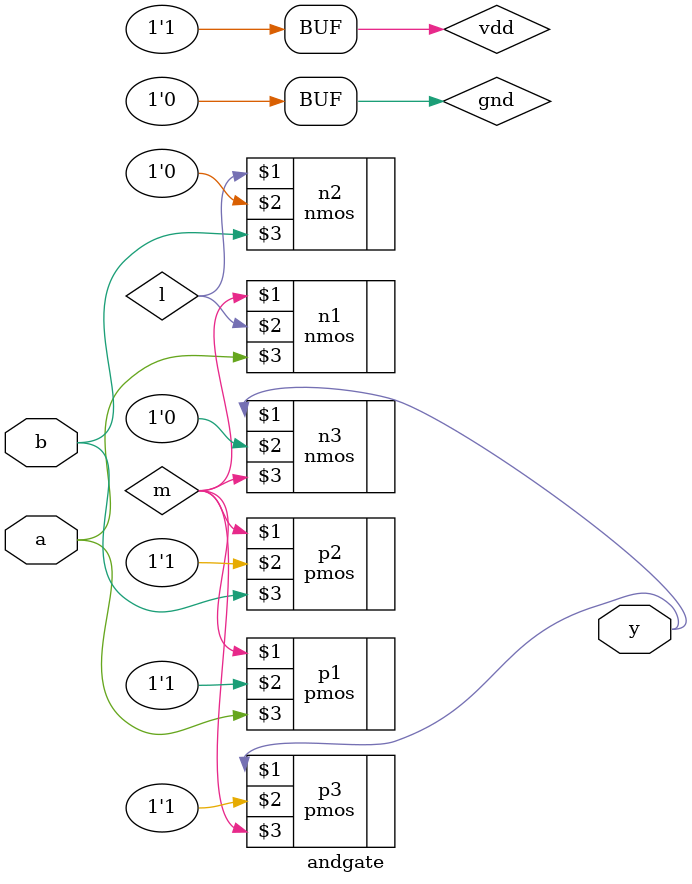
<source format=sv>
module andgate(a,b,y);
input a,b;
output y;
wire l,m;
supply1 vdd;
supply0 gnd;
pmos p1(m,vdd,a);
pmos p2(m,vdd,b);
nmos n2(l,gnd,b);
nmos n1(m,l,a);
pmos p3(y,vdd,m);
nmos n3(y,gnd,m);
endmodule

</source>
